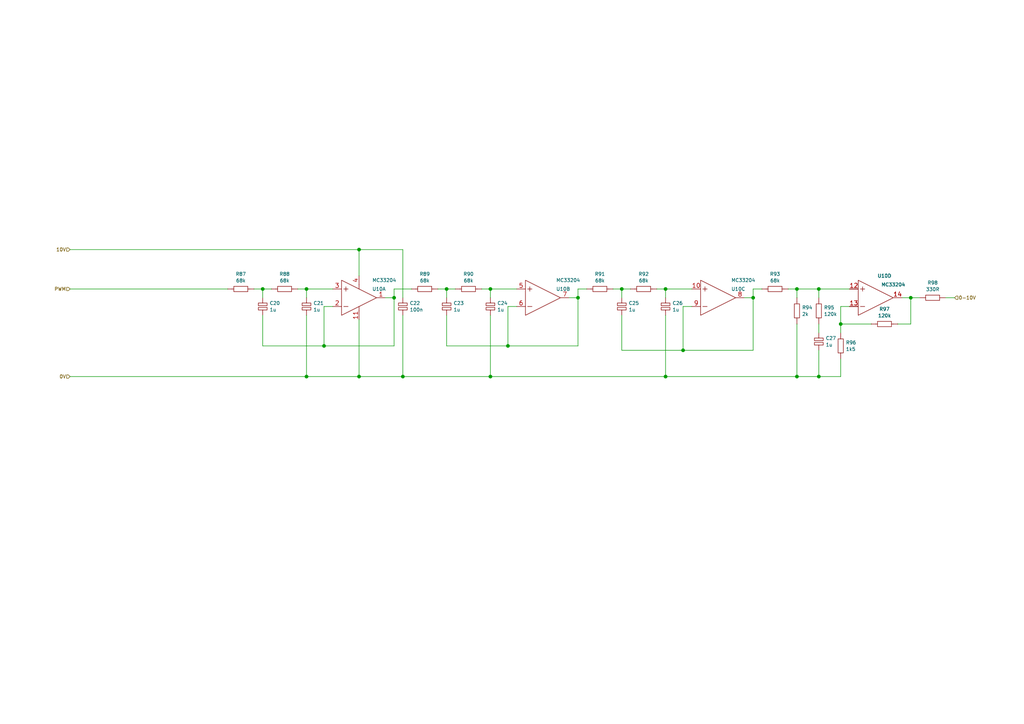
<source format=kicad_sch>
(kicad_sch (version 20211123) (generator eeschema)
  (paper "A4")
  (lib_symbols
    (symbol "bjs-amplifiers:MC33204" (pin_names (offset 0) hide)
      (property "Reference" "U" (at 3.81 3.81 0))
      (property "Value" "bjs-amplifiers_MC33204" (at 6.35 6.35 0))
      (symbol "MC33204_1_1"
        (polyline (pts (xy -3.175 -2.54) (xy -1.905 -2.54)))
        (polyline (pts (xy -3.175 2.54) (xy -1.905 2.54)))
        (polyline (pts (xy -2.54 3.175) (xy -2.54 1.905)))
        (polyline (pts (xy 1.27 -3.81) (xy 1.27 -2.54)))
        (polyline (pts (xy 1.27 3.81) (xy 1.27 2.54)))
        (polyline (pts (xy -3.81 2.54) (xy -3.81 5.08) (xy 6.35 0) (xy -3.81 -5.08) (xy -3.81 2.54)))
        (pin input line (at 8.89 0 180) (length 2.54) (name "~") (number "1"))
        (pin power_in line (at 1.27 -6.35 90) (length 2.54) (name "VEE") (number "11"))
        (pin input line (at -6.35 -2.54 0) (length 2.54) (name "-") (number "2"))
        (pin input line (at -6.35 2.54 0) (length 2.54) (name "+") (number "3"))
        (pin power_in line (at 1.27 6.35 270) (length 2.54) (name "VCC") (number "4"))
      )
      (symbol "MC33204_2_1"
        (polyline (pts (xy -3.175 -2.54) (xy -1.905 -2.54)))
        (polyline (pts (xy -3.81 2.54) (xy -3.81 5.08) (xy 6.35 0) (xy -3.81 -5.08) (xy -3.81 2.54)))
        (polyline (pts (xy -3.175 2.54) (xy -1.905 2.54) (xy -2.54 2.54) (xy -2.54 3.175) (xy -2.54 1.905)))
        (pin input line (at -6.35 2.54 0) (length 2.54) (name "+") (number "5"))
        (pin input line (at -6.35 -2.54 0) (length 2.54) (name "-") (number "6"))
        (pin output line (at 8.89 0 180) (length 2.54) (name "~") (number "7"))
      )
      (symbol "MC33204_3_1"
        (polyline (pts (xy -3.175 -2.54) (xy -1.905 -2.54)))
        (polyline (pts (xy -3.81 2.54) (xy -3.81 5.08) (xy 6.35 0) (xy -3.81 -5.08) (xy -3.81 2.54)))
        (polyline (pts (xy -2.54 3.175) (xy -2.54 1.905) (xy -2.54 2.54) (xy -3.175 2.54) (xy -1.905 2.54)))
        (pin input line (at -6.35 2.54 0) (length 2.54) (name "+") (number "10"))
        (pin output line (at 8.89 0 180) (length 2.54) (name "~") (number "8"))
        (pin input line (at -6.35 -2.54 0) (length 2.54) (name "-") (number "9"))
      )
      (symbol "MC33204_4_1"
        (polyline (pts (xy -3.175 -2.54) (xy -1.905 -2.54)))
        (polyline (pts (xy -3.81 2.54) (xy -3.81 5.08) (xy 6.35 0) (xy -3.81 -5.08) (xy -3.81 2.54)))
        (polyline (pts (xy -2.54 3.175) (xy -2.54 1.905) (xy -2.54 2.54) (xy -3.175 2.54) (xy -1.905 2.54)))
        (pin input line (at -6.35 2.54 0) (length 2.54) (name "+") (number "12"))
        (pin input line (at -6.35 -2.54 0) (length 2.54) (name "-") (number "13"))
        (pin output line (at 8.89 0 180) (length 2.54) (name "~") (number "14"))
      )
    )
    (symbol "bjs-passives:CAPACITOR" (pin_numbers hide) (pin_names (offset 1.016) hide)
      (property "Reference" "C" (at 5.08 2.54 0))
      (property "Value" "CAPACITOR" (at 0 2.54 0))
      (symbol "CAPACITOR_0_1"
        (polyline (pts (xy -1.27 0) (xy -1.016 0)))
        (polyline (pts (xy 1.016 0) (xy 1.27 0)))
        (polyline (pts (xy -0.254 -1.27) (xy -0.254 1.27) (xy -1.016 1.27) (xy -1.016 -1.27) (xy -0.254 -1.27)))
        (polyline (pts (xy 0.254 1.27) (xy 1.016 1.27) (xy 1.016 -1.27) (xy 0.254 -1.27) (xy 0.254 1.27)))
      )
      (symbol "CAPACITOR_1_1"
        (pin passive line (at 2.54 0 180) (length 1.27) (name "~") (number "1"))
        (pin passive line (at -2.54 0 0) (length 1.27) (name "~") (number "2"))
      )
    )
    (symbol "bjs-passives:RESISTOR" (pin_numbers hide) (pin_names (offset 1.016) hide)
      (property "Reference" "R" (at 0 0 0))
      (property "Value" "RESISTOR" (at 0 2.54 0))
      (symbol "RESISTOR_0_1"
        (polyline (pts (xy -3.81 0) (xy -2.54 0)))
        (polyline (pts (xy -2.54 0) (xy -2.032 0)))
        (polyline (pts (xy 2.54 0) (xy 2.032 0)))
        (polyline (pts (xy 3.81 0) (xy 2.54 0)))
        (polyline (pts (xy -2.032 0.762) (xy -2.032 -0.762) (xy 2.032 -0.762) (xy 2.032 0.762) (xy -2.032 0.762)))
      )
      (symbol "RESISTOR_1_1"
        (pin passive line (at -3.81 0 0) (length 0) (name "1") (number "1"))
        (pin passive line (at 3.81 0 180) (length 0) (name "2") (number "2"))
      )
    )
  )
  (junction (at 231.14 109.22))
  (junction (at 231.14 83.82))
  (junction (at 104.14 109.22))
  (junction (at 88.9 83.82))
  (junction (at 114.3 86.36))
  (junction (at 142.24 109.22))
  (junction (at 198.12 101.6))
  (junction (at 193.04 83.82))
  (junction (at 237.49 109.22))
  (junction (at 264.16 86.36))
  (junction (at 88.9 109.22))
  (junction (at 193.04 109.22))
  (junction (at 147.32 100.33))
  (junction (at 243.84 93.98))
  (junction (at 93.98 100.33))
  (junction (at 167.64 86.36))
  (junction (at 116.84 109.22))
  (junction (at 218.44 86.36))
  (junction (at 104.14 72.39))
  (junction (at 129.54 83.82))
  (junction (at 142.24 83.82))
  (junction (at 180.34 83.82))
  (junction (at 237.49 83.82))
  (junction (at 76.2 83.82))
  (wire (pts (xy 73.66 83.82) (xy 76.2 83.82)))
  (wire (pts (xy 264.16 93.98) (xy 260.35 93.98)))
  (wire (pts (xy 88.9 83.82) (xy 88.9 86.36)))
  (wire (pts (xy 149.86 83.82) (xy 142.24 83.82)))
  (wire (pts (xy 218.44 86.36) (xy 218.44 83.82)))
  (wire (pts (xy 180.34 86.36) (xy 180.34 83.82)))
  (wire (pts (xy 114.3 100.33) (xy 93.98 100.33)))
  (wire (pts (xy 129.54 83.82) (xy 132.08 83.82)))
  (wire (pts (xy 129.54 100.33) (xy 147.32 100.33)))
  (wire (pts (xy 228.6 83.82) (xy 231.14 83.82)))
  (wire (pts (xy 231.14 83.82) (xy 231.14 86.36)))
  (wire (pts (xy 243.84 96.52) (xy 243.84 93.98)))
  (wire (pts (xy 88.9 91.44) (xy 88.9 109.22)))
  (wire (pts (xy 261.62 86.36) (xy 264.16 86.36)))
  (wire (pts (xy 180.34 91.44) (xy 180.34 101.6)))
  (wire (pts (xy 274.32 86.36) (xy 276.86 86.36)))
  (wire (pts (xy 218.44 101.6) (xy 218.44 86.36)))
  (wire (pts (xy 243.84 104.14) (xy 243.84 109.22)))
  (wire (pts (xy 218.44 86.36) (xy 215.9 86.36)))
  (wire (pts (xy 93.98 88.9) (xy 93.98 100.33)))
  (wire (pts (xy 86.36 83.82) (xy 88.9 83.82)))
  (wire (pts (xy 76.2 100.33) (xy 93.98 100.33)))
  (wire (pts (xy 231.14 93.98) (xy 231.14 109.22)))
  (wire (pts (xy 198.12 101.6) (xy 218.44 101.6)))
  (wire (pts (xy 193.04 83.82) (xy 193.04 86.36)))
  (wire (pts (xy 237.49 86.36) (xy 237.49 83.82)))
  (wire (pts (xy 190.5 83.82) (xy 193.04 83.82)))
  (wire (pts (xy 139.7 83.82) (xy 142.24 83.82)))
  (wire (pts (xy 266.7 86.36) (xy 264.16 86.36)))
  (wire (pts (xy 167.64 86.36) (xy 167.64 100.33)))
  (wire (pts (xy 237.49 101.6) (xy 237.49 109.22)))
  (wire (pts (xy 127 83.82) (xy 129.54 83.82)))
  (wire (pts (xy 116.84 86.36) (xy 116.84 72.39)))
  (wire (pts (xy 147.32 100.33) (xy 147.32 88.9)))
  (wire (pts (xy 147.32 100.33) (xy 167.64 100.33)))
  (wire (pts (xy 243.84 93.98) (xy 243.84 88.9)))
  (wire (pts (xy 116.84 109.22) (xy 142.24 109.22)))
  (wire (pts (xy 167.64 86.36) (xy 165.1 86.36)))
  (wire (pts (xy 116.84 72.39) (xy 104.14 72.39)))
  (wire (pts (xy 264.16 86.36) (xy 264.16 93.98)))
  (wire (pts (xy 114.3 86.36) (xy 114.3 83.82)))
  (wire (pts (xy 114.3 86.36) (xy 114.3 100.33)))
  (wire (pts (xy 193.04 109.22) (xy 231.14 109.22)))
  (wire (pts (xy 76.2 91.44) (xy 76.2 100.33)))
  (wire (pts (xy 180.34 101.6) (xy 198.12 101.6)))
  (wire (pts (xy 142.24 83.82) (xy 142.24 86.36)))
  (wire (pts (xy 96.52 83.82) (xy 88.9 83.82)))
  (wire (pts (xy 237.49 96.52) (xy 237.49 93.98)))
  (wire (pts (xy 20.32 109.22) (xy 88.9 109.22)))
  (wire (pts (xy 200.66 83.82) (xy 193.04 83.82)))
  (wire (pts (xy 114.3 83.82) (xy 119.38 83.82)))
  (wire (pts (xy 104.14 72.39) (xy 104.14 80.01)))
  (wire (pts (xy 76.2 83.82) (xy 78.74 83.82)))
  (wire (pts (xy 96.52 88.9) (xy 93.98 88.9)))
  (wire (pts (xy 88.9 109.22) (xy 104.14 109.22)))
  (wire (pts (xy 237.49 83.82) (xy 231.14 83.82)))
  (wire (pts (xy 129.54 91.44) (xy 129.54 100.33)))
  (wire (pts (xy 20.32 83.82) (xy 66.04 83.82)))
  (wire (pts (xy 167.64 86.36) (xy 167.64 83.82)))
  (wire (pts (xy 180.34 83.82) (xy 182.88 83.82)))
  (wire (pts (xy 76.2 86.36) (xy 76.2 83.82)))
  (wire (pts (xy 149.86 88.9) (xy 147.32 88.9)))
  (wire (pts (xy 193.04 91.44) (xy 193.04 109.22)))
  (wire (pts (xy 104.14 109.22) (xy 116.84 109.22)))
  (wire (pts (xy 243.84 88.9) (xy 246.38 88.9)))
  (wire (pts (xy 243.84 109.22) (xy 237.49 109.22)))
  (wire (pts (xy 116.84 91.44) (xy 116.84 109.22)))
  (wire (pts (xy 114.3 86.36) (xy 111.76 86.36)))
  (wire (pts (xy 218.44 83.82) (xy 220.98 83.82)))
  (wire (pts (xy 177.8 83.82) (xy 180.34 83.82)))
  (wire (pts (xy 142.24 109.22) (xy 193.04 109.22)))
  (wire (pts (xy 252.73 93.98) (xy 243.84 93.98)))
  (wire (pts (xy 198.12 88.9) (xy 198.12 101.6)))
  (wire (pts (xy 237.49 109.22) (xy 231.14 109.22)))
  (wire (pts (xy 237.49 83.82) (xy 246.38 83.82)))
  (wire (pts (xy 200.66 88.9) (xy 198.12 88.9)))
  (wire (pts (xy 20.32 72.39) (xy 104.14 72.39)))
  (wire (pts (xy 142.24 91.44) (xy 142.24 109.22)))
  (wire (pts (xy 167.64 83.82) (xy 170.18 83.82)))
  (wire (pts (xy 104.14 92.71) (xy 104.14 109.22)))
  (wire (pts (xy 129.54 86.36) (xy 129.54 83.82)))
  (hierarchical_label "10V" (shape input) (at 20.32 72.39 180) (effects (font (size 0.9906 0.9906))))
  (hierarchical_label "0-10V" (shape input) (at 276.86 86.36 0) (effects (font (size 0.9906 0.9906))))
  (hierarchical_label "0V" (shape input) (at 20.32 109.22 180) (effects (font (size 0.9906 0.9906))))
  (hierarchical_label "PWM" (shape input) (at 20.32 83.82 180) (effects (font (size 0.9906 0.9906))))
  (symbol (lib_id "bjs-passives:RESISTOR") (at 82.55 83.82 0) (unit 1)
    (property "Reference" "R88" (at 82.55 79.4766 0) (effects (font (size 0.9906 0.9906))))
    (property "Value" "68k" (at 82.55 81.3816 0) (effects (font (size 0.9906 0.9906))))
    (property "Footprint" "Resistor_SMD:R_0805_2012Metric" (effects hide))
  )
  (symbol (lib_id "bjs-passives:CAPACITOR") (at 76.2 88.9 270) (unit 1)
    (property "Reference" "C20" (at 78.1812 87.9348 90) (effects (font (size 0.9906 0.9906)) (justify left)))
    (property "Value" "1u" (at 78.1812 89.8398 90) (effects (font (size 0.9906 0.9906)) (justify left)))
    (property "Footprint" "Capacitor_SMD:C_0805_2012Metric" (effects hide))
  )
  (symbol (lib_id "bjs-passives:CAPACITOR") (at 88.9 88.9 270) (unit 1)
    (property "Reference" "C21" (at 90.8812 87.9348 90) (effects (font (size 0.9906 0.9906)) (justify left)))
    (property "Value" "1u" (at 90.8812 89.8398 90) (effects (font (size 0.9906 0.9906)) (justify left)))
    (property "Footprint" "Capacitor_SMD:C_0805_2012Metric" (effects hide))
  )
  (symbol (lib_id "bjs-amplifiers:MC33204") (at 102.87 86.36 0) (unit 1)
    (property "Reference" "U10" (at 107.95 83.82 0) (effects (font (size 0.9906 0.9906)) (justify left)))
    (property "Value" "MC33204" (at 107.95 81.28 0) (effects (font (size 0.9906 0.9906)) (justify left)))
    (property "Footprint" "Package_SO:SOIC-14_3.9x8.7mm_P1.27mm" (effects hide))
  )
  (symbol (lib_id "bjs-passives:RESISTOR") (at 123.19 83.82 0) (unit 1)
    (property "Reference" "R89" (at 123.19 79.4766 0) (effects (font (size 0.9906 0.9906))))
    (property "Value" "68k" (at 123.19 81.3816 0) (effects (font (size 0.9906 0.9906))))
    (property "Footprint" "Resistor_SMD:R_0805_2012Metric" (effects hide))
  )
  (symbol (lib_id "bjs-passives:RESISTOR") (at 135.89 83.82 0) (unit 1)
    (property "Reference" "R90" (at 135.89 79.4766 0) (effects (font (size 0.9906 0.9906))))
    (property "Value" "68k" (at 135.89 81.3816 0) (effects (font (size 0.9906 0.9906))))
    (property "Footprint" "Resistor_SMD:R_0805_2012Metric" (effects hide))
  )
  (symbol (lib_id "bjs-passives:CAPACITOR") (at 129.54 88.9 270) (unit 1)
    (property "Reference" "C23" (at 131.5212 87.9348 90) (effects (font (size 0.9906 0.9906)) (justify left)))
    (property "Value" "1u" (at 131.5212 89.8398 90) (effects (font (size 0.9906 0.9906)) (justify left)))
    (property "Footprint" "Capacitor_SMD:C_0805_2012Metric" (effects hide))
  )
  (symbol (lib_id "bjs-passives:CAPACITOR") (at 142.24 88.9 270) (unit 1)
    (property "Reference" "C24" (at 144.2212 87.9348 90) (effects (font (size 0.9906 0.9906)) (justify left)))
    (property "Value" "1u" (at 144.2212 89.8398 90) (effects (font (size 0.9906 0.9906)) (justify left)))
    (property "Footprint" "Capacitor_SMD:C_0805_2012Metric" (effects hide))
  )
  (symbol (lib_id "bjs-amplifiers:MC33204") (at 156.21 86.36 0) (unit 2)
    (property "Reference" "U10" (at 161.29 83.82 0) (effects (font (size 0.9906 0.9906)) (justify left)))
    (property "Value" "MC33204" (at 161.29 81.28 0) (effects (font (size 0.9906 0.9906)) (justify left)))
    (property "Footprint" "Package_SO:SOIC-14_3.9x8.7mm_P1.27mm" (effects hide))
  )
  (symbol (lib_id "bjs-passives:RESISTOR") (at 173.99 83.82 0) (unit 1)
    (property "Reference" "R91" (at 173.99 79.4766 0) (effects (font (size 0.9906 0.9906))))
    (property "Value" "68k" (at 173.99 81.3816 0) (effects (font (size 0.9906 0.9906))))
    (property "Footprint" "Resistor_SMD:R_0805_2012Metric" (effects hide))
  )
  (symbol (lib_id "bjs-passives:RESISTOR") (at 186.69 83.82 0) (unit 1)
    (property "Reference" "R92" (at 186.69 79.4766 0) (effects (font (size 0.9906 0.9906))))
    (property "Value" "68k" (at 186.69 81.3816 0) (effects (font (size 0.9906 0.9906))))
    (property "Footprint" "Resistor_SMD:R_0805_2012Metric" (effects hide))
  )
  (symbol (lib_id "bjs-passives:CAPACITOR") (at 180.34 88.9 270) (unit 1)
    (property "Reference" "C25" (at 182.3212 87.9348 90) (effects (font (size 0.9906 0.9906)) (justify left)))
    (property "Value" "1u" (at 182.3212 89.8398 90) (effects (font (size 0.9906 0.9906)) (justify left)))
    (property "Footprint" "Capacitor_SMD:C_0805_2012Metric" (effects hide))
  )
  (symbol (lib_id "bjs-passives:CAPACITOR") (at 193.04 88.9 270) (unit 1)
    (property "Reference" "C26" (at 195.0212 87.9348 90) (effects (font (size 0.9906 0.9906)) (justify left)))
    (property "Value" "1u" (at 195.0212 89.8398 90) (effects (font (size 0.9906 0.9906)) (justify left)))
    (property "Footprint" "Capacitor_SMD:C_0805_2012Metric" (effects hide))
  )
  (symbol (lib_id "bjs-amplifiers:MC33204") (at 207.01 86.36 0) (unit 3)
    (property "Reference" "U10" (at 212.09 83.82 0) (effects (font (size 0.9906 0.9906)) (justify left)))
    (property "Value" "MC33204" (at 212.09 81.28 0) (effects (font (size 0.9906 0.9906)) (justify left)))
    (property "Footprint" "Package_SO:SOIC-14_3.9x8.7mm_P1.27mm" (effects hide))
  )
  (symbol (lib_id "bjs-passives:RESISTOR") (at 69.85 83.82 0) (unit 1)
    (property "Reference" "R87" (at 69.85 79.4766 0) (effects (font (size 0.9906 0.9906))))
    (property "Value" "68k" (at 69.85 81.3816 0) (effects (font (size 0.9906 0.9906))))
    (property "Footprint" "Resistor_SMD:R_0805_2012Metric" (effects hide))
  )
  (symbol (lib_id "bjs-amplifiers:MC33204") (at 252.73 86.36 0) (unit 4)
    (property "Reference" "U10" (at 256.54 80.01 0) (effects (font (size 0.9906 0.9906))))
    (property "Value" "MC33204" (at 259.08 82.55 0) (effects (font (size 0.9906 0.9906))))
    (property "Footprint" "Package_SO:SOIC-14_3.9x8.7mm_P1.27mm" (effects hide))
  )
  (symbol (lib_id "bjs-passives:RESISTOR") (at 237.49 90.17 270) (unit 1)
    (property "Reference" "R95" (at 238.9632 89.2048 90) (effects (font (size 0.9906 0.9906)) (justify left)))
    (property "Value" "120k" (at 238.9632 91.1098 90) (effects (font (size 0.9906 0.9906)) (justify left)))
    (property "Footprint" "Resistor_SMD:R_0805_2012Metric" (effects hide))
  )
  (symbol (lib_id "bjs-passives:RESISTOR") (at 224.79 83.82 0) (unit 1)
    (property "Reference" "R93" (at 224.79 79.4766 0) (effects (font (size 0.9906 0.9906))))
    (property "Value" "68k" (at 224.79 81.3816 0) (effects (font (size 0.9906 0.9906))))
    (property "Footprint" "Resistor_SMD:R_0805_2012Metric" (effects hide))
  )
  (symbol (lib_id "bjs-passives:RESISTOR") (at 231.14 90.17 270) (unit 1)
    (property "Reference" "R94" (at 232.6132 89.2048 90) (effects (font (size 0.9906 0.9906)) (justify left)))
    (property "Value" "2k" (at 232.6132 91.1098 90) (effects (font (size 0.9906 0.9906)) (justify left)))
    (property "Footprint" "Resistor_SMD:R_0805_2012Metric" (effects hide))
  )
  (symbol (lib_id "bjs-passives:CAPACITOR") (at 237.49 99.06 270) (unit 1)
    (property "Reference" "C27" (at 239.4712 98.0948 90) (effects (font (size 0.9906 0.9906)) (justify left)))
    (property "Value" "1u" (at 239.4712 99.9998 90) (effects (font (size 0.9906 0.9906)) (justify left)))
    (property "Footprint" "Capacitor_SMD:C_0805_2012Metric" (effects hide))
  )
  (symbol (lib_id "bjs-passives:RESISTOR") (at 243.84 100.33 270) (unit 1)
    (property "Reference" "R96" (at 245.3132 99.3648 90) (effects (font (size 0.9906 0.9906)) (justify left)))
    (property "Value" "1k5" (at 245.3132 101.2698 90) (effects (font (size 0.9906 0.9906)) (justify left)))
    (property "Footprint" "Resistor_SMD:R_0805_2012Metric" (effects hide))
  )
  (symbol (lib_id "bjs-passives:RESISTOR") (at 256.54 93.98 0) (unit 1)
    (property "Reference" "R97" (at 256.54 89.6366 0) (effects (font (size 0.9906 0.9906))))
    (property "Value" "120k" (at 256.54 91.5416 0) (effects (font (size 0.9906 0.9906))))
    (property "Footprint" "Resistor_SMD:R_0805_2012Metric" (effects hide))
  )
  (symbol (lib_id "bjs-passives:RESISTOR") (at 270.51 86.36 0) (unit 1)
    (property "Reference" "R98" (at 270.51 82.0166 0) (effects (font (size 0.9906 0.9906))))
    (property "Value" "330R" (at 270.51 83.9216 0) (effects (font (size 0.9906 0.9906))))
    (property "Footprint" "Resistor_SMD:R_0805_2012Metric" (effects hide))
  )
  (symbol (lib_id "bjs-passives:CAPACITOR") (at 116.84 88.9 270) (unit 1)
    (property "Reference" "C22" (at 118.8212 87.9348 90) (effects (font (size 0.9906 0.9906)) (justify left)))
    (property "Value" "100n" (at 118.8212 89.8398 90) (effects (font (size 0.9906 0.9906)) (justify left)))
    (property "Footprint" "Capacitor_SMD:C_0805_2012Metric" (effects hide))
  )
)
</source>
